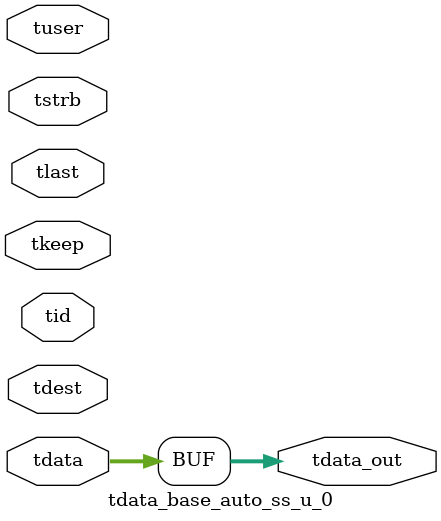
<source format=v>


`timescale 1ps/1ps

module tdata_base_auto_ss_u_0 #
(
parameter C_S_AXIS_TDATA_WIDTH = 32,
parameter C_S_AXIS_TUSER_WIDTH = 0,
parameter C_S_AXIS_TID_WIDTH   = 0,
parameter C_S_AXIS_TDEST_WIDTH = 0,
parameter C_M_AXIS_TDATA_WIDTH = 32
)
(
input  [(C_S_AXIS_TDATA_WIDTH == 0 ? 1 : C_S_AXIS_TDATA_WIDTH)-1:0     ] tdata,
input  [(C_S_AXIS_TUSER_WIDTH == 0 ? 1 : C_S_AXIS_TUSER_WIDTH)-1:0     ] tuser,
input  [(C_S_AXIS_TID_WIDTH   == 0 ? 1 : C_S_AXIS_TID_WIDTH)-1:0       ] tid,
input  [(C_S_AXIS_TDEST_WIDTH == 0 ? 1 : C_S_AXIS_TDEST_WIDTH)-1:0     ] tdest,
input  [(C_S_AXIS_TDATA_WIDTH/8)-1:0 ] tkeep,
input  [(C_S_AXIS_TDATA_WIDTH/8)-1:0 ] tstrb,
input                                                                    tlast,
output [C_M_AXIS_TDATA_WIDTH-1:0] tdata_out
);

assign tdata_out = {tdata[31:0]};

endmodule


</source>
